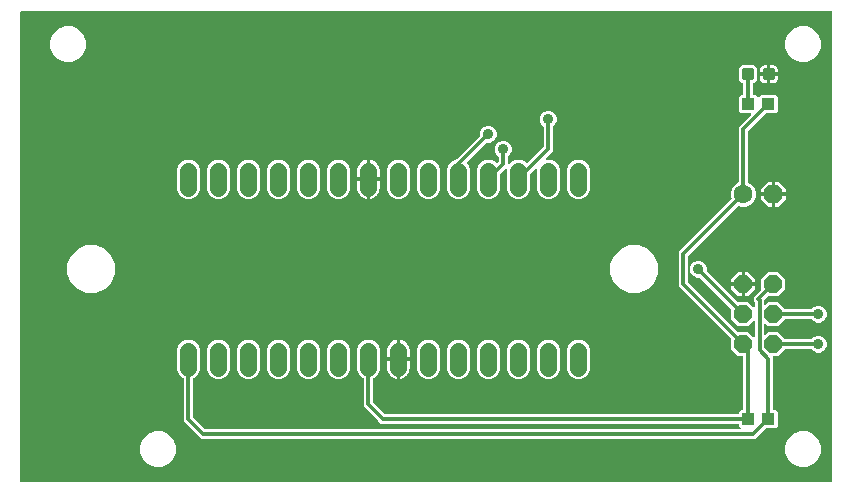
<source format=gbr>
G04 EAGLE Gerber RS-274X export*
G75*
%MOMM*%
%FSLAX34Y34*%
%LPD*%
%INTop Copper*%
%IPPOS*%
%AMOC8*
5,1,8,0,0,1.08239X$1,22.5*%
G01*
%ADD10P,1.732040X8X22.500000*%
%ADD11C,1.600200*%
%ADD12C,0.300000*%
%ADD13P,1.649562X8X112.500000*%
%ADD14R,1.100000X1.000000*%
%ADD15C,1.408000*%
%ADD16C,0.304800*%
%ADD17C,0.914400*%

G36*
X696998Y10164D02*
X696998Y10164D01*
X697017Y10162D01*
X697119Y10184D01*
X697221Y10200D01*
X697238Y10210D01*
X697258Y10214D01*
X697347Y10267D01*
X697438Y10316D01*
X697452Y10330D01*
X697469Y10340D01*
X697536Y10419D01*
X697608Y10494D01*
X697616Y10512D01*
X697629Y10527D01*
X697668Y10623D01*
X697711Y10717D01*
X697713Y10737D01*
X697721Y10755D01*
X697739Y10922D01*
X697739Y408078D01*
X697736Y408098D01*
X697738Y408117D01*
X697716Y408219D01*
X697700Y408321D01*
X697690Y408338D01*
X697686Y408358D01*
X697633Y408447D01*
X697584Y408538D01*
X697570Y408552D01*
X697560Y408569D01*
X697481Y408636D01*
X697406Y408708D01*
X697388Y408716D01*
X697373Y408729D01*
X697277Y408768D01*
X697183Y408811D01*
X697163Y408813D01*
X697145Y408821D01*
X696978Y408839D01*
X10922Y408839D01*
X10902Y408836D01*
X10883Y408838D01*
X10781Y408816D01*
X10679Y408800D01*
X10662Y408790D01*
X10642Y408786D01*
X10553Y408733D01*
X10462Y408684D01*
X10448Y408670D01*
X10431Y408660D01*
X10364Y408581D01*
X10292Y408506D01*
X10284Y408488D01*
X10271Y408473D01*
X10232Y408377D01*
X10189Y408283D01*
X10187Y408263D01*
X10179Y408245D01*
X10161Y408078D01*
X10161Y10922D01*
X10164Y10902D01*
X10162Y10883D01*
X10184Y10781D01*
X10200Y10679D01*
X10210Y10662D01*
X10214Y10642D01*
X10267Y10553D01*
X10316Y10462D01*
X10330Y10448D01*
X10340Y10431D01*
X10419Y10364D01*
X10494Y10292D01*
X10512Y10284D01*
X10527Y10271D01*
X10623Y10232D01*
X10717Y10189D01*
X10737Y10187D01*
X10755Y10179D01*
X10922Y10161D01*
X696978Y10161D01*
X696998Y10164D01*
G37*
%LPC*%
G36*
X163416Y46735D02*
X163416Y46735D01*
X148335Y61816D01*
X148335Y98065D01*
X148316Y98180D01*
X148299Y98296D01*
X148297Y98301D01*
X148296Y98308D01*
X148241Y98410D01*
X148188Y98515D01*
X148183Y98520D01*
X148180Y98525D01*
X148096Y98605D01*
X148012Y98687D01*
X148006Y98691D01*
X148002Y98694D01*
X147985Y98702D01*
X147865Y98768D01*
X146973Y99138D01*
X144278Y101833D01*
X142819Y105354D01*
X142819Y123246D01*
X144278Y126767D01*
X146973Y129462D01*
X150494Y130921D01*
X154306Y130921D01*
X157827Y129462D01*
X160522Y126767D01*
X161981Y123246D01*
X161981Y105354D01*
X160522Y101833D01*
X157827Y99138D01*
X156935Y98768D01*
X156835Y98707D01*
X156735Y98647D01*
X156731Y98642D01*
X156726Y98639D01*
X156651Y98549D01*
X156575Y98460D01*
X156573Y98454D01*
X156569Y98449D01*
X156527Y98341D01*
X156483Y98232D01*
X156482Y98224D01*
X156481Y98219D01*
X156480Y98201D01*
X156465Y98065D01*
X156465Y65499D01*
X156479Y65409D01*
X156487Y65318D01*
X156499Y65288D01*
X156504Y65256D01*
X156547Y65176D01*
X156583Y65092D01*
X156609Y65060D01*
X156620Y65039D01*
X156643Y65017D01*
X156688Y64961D01*
X166561Y55088D01*
X166635Y55035D01*
X166704Y54975D01*
X166734Y54963D01*
X166760Y54944D01*
X166847Y54917D01*
X166932Y54883D01*
X166973Y54879D01*
X166996Y54872D01*
X167028Y54873D01*
X167099Y54865D01*
X619204Y54865D01*
X619275Y54876D01*
X619347Y54878D01*
X619396Y54896D01*
X619447Y54904D01*
X619510Y54938D01*
X619578Y54963D01*
X619618Y54995D01*
X619664Y55020D01*
X619714Y55072D01*
X619770Y55116D01*
X619798Y55160D01*
X619834Y55198D01*
X619864Y55263D01*
X619903Y55323D01*
X619916Y55374D01*
X619937Y55421D01*
X619945Y55492D01*
X619963Y55562D01*
X619959Y55614D01*
X619965Y55665D01*
X619949Y55736D01*
X619944Y55807D01*
X619923Y55855D01*
X619912Y55906D01*
X619875Y55967D01*
X619847Y56033D01*
X619803Y56089D01*
X619786Y56117D01*
X619768Y56132D01*
X619743Y56164D01*
X618459Y57448D01*
X618459Y58674D01*
X618456Y58694D01*
X618458Y58713D01*
X618436Y58815D01*
X618420Y58917D01*
X618410Y58934D01*
X618406Y58954D01*
X618353Y59043D01*
X618304Y59134D01*
X618290Y59148D01*
X618280Y59165D01*
X618201Y59232D01*
X618126Y59304D01*
X618108Y59312D01*
X618093Y59325D01*
X617997Y59364D01*
X617903Y59407D01*
X617883Y59409D01*
X617865Y59417D01*
X617698Y59435D01*
X315816Y59435D01*
X313212Y62039D01*
X300735Y74516D01*
X300735Y98065D01*
X300716Y98180D01*
X300699Y98296D01*
X300697Y98302D01*
X300696Y98308D01*
X300641Y98410D01*
X300588Y98515D01*
X300583Y98520D01*
X300580Y98525D01*
X300496Y98605D01*
X300412Y98687D01*
X300406Y98691D01*
X300402Y98694D01*
X300385Y98702D01*
X300265Y98768D01*
X299373Y99138D01*
X296678Y101833D01*
X295219Y105354D01*
X295219Y123246D01*
X296678Y126767D01*
X299373Y129462D01*
X302894Y130921D01*
X306706Y130921D01*
X310227Y129462D01*
X312922Y126767D01*
X314381Y123246D01*
X314381Y105354D01*
X312922Y101833D01*
X310227Y99138D01*
X309335Y98768D01*
X309235Y98706D01*
X309135Y98647D01*
X309131Y98642D01*
X309126Y98639D01*
X309051Y98548D01*
X308975Y98460D01*
X308973Y98454D01*
X308969Y98449D01*
X308927Y98341D01*
X308883Y98232D01*
X308882Y98224D01*
X308881Y98220D01*
X308880Y98201D01*
X308865Y98065D01*
X308865Y78199D01*
X308879Y78109D01*
X308887Y78018D01*
X308899Y77988D01*
X308904Y77956D01*
X308947Y77876D01*
X308983Y77792D01*
X309009Y77760D01*
X309020Y77739D01*
X309043Y77717D01*
X309088Y77661D01*
X318961Y67788D01*
X319035Y67735D01*
X319104Y67675D01*
X319134Y67663D01*
X319160Y67644D01*
X319247Y67617D01*
X319332Y67583D01*
X319373Y67579D01*
X319395Y67572D01*
X319428Y67573D01*
X319499Y67565D01*
X617698Y67565D01*
X617718Y67568D01*
X617737Y67566D01*
X617839Y67588D01*
X617941Y67604D01*
X617958Y67614D01*
X617978Y67618D01*
X618067Y67671D01*
X618158Y67720D01*
X618172Y67734D01*
X618189Y67744D01*
X618256Y67823D01*
X618328Y67898D01*
X618336Y67916D01*
X618349Y67931D01*
X618388Y68027D01*
X618431Y68121D01*
X618433Y68141D01*
X618441Y68159D01*
X618459Y68326D01*
X618459Y69552D01*
X619948Y71041D01*
X621674Y71041D01*
X621694Y71044D01*
X621713Y71042D01*
X621815Y71064D01*
X621917Y71080D01*
X621934Y71090D01*
X621954Y71094D01*
X622043Y71147D01*
X622134Y71196D01*
X622148Y71210D01*
X622165Y71220D01*
X622232Y71299D01*
X622304Y71374D01*
X622312Y71392D01*
X622325Y71407D01*
X622364Y71503D01*
X622407Y71597D01*
X622409Y71617D01*
X622417Y71635D01*
X622435Y71802D01*
X622435Y116078D01*
X622432Y116098D01*
X622434Y116117D01*
X622412Y116219D01*
X622396Y116321D01*
X622386Y116338D01*
X622382Y116358D01*
X622329Y116447D01*
X622280Y116538D01*
X622266Y116552D01*
X622256Y116569D01*
X622177Y116636D01*
X622102Y116708D01*
X622084Y116716D01*
X622069Y116729D01*
X621973Y116768D01*
X621879Y116811D01*
X621859Y116813D01*
X621841Y116821D01*
X621674Y116839D01*
X618091Y116839D01*
X612139Y122791D01*
X612139Y131097D01*
X612125Y131187D01*
X612117Y131278D01*
X612105Y131308D01*
X612100Y131340D01*
X612057Y131420D01*
X612021Y131504D01*
X611995Y131536D01*
X611984Y131557D01*
X611961Y131579D01*
X611916Y131635D01*
X567435Y176116D01*
X567435Y204884D01*
X612188Y249637D01*
X612257Y249732D01*
X612326Y249825D01*
X612328Y249831D01*
X612332Y249837D01*
X612366Y249948D01*
X612403Y250059D01*
X612402Y250066D01*
X612404Y250072D01*
X612401Y250188D01*
X612400Y250305D01*
X612398Y250312D01*
X612398Y250317D01*
X612392Y250335D01*
X612353Y250466D01*
X611758Y251903D01*
X611758Y256097D01*
X613363Y259971D01*
X616329Y262937D01*
X617765Y263532D01*
X617865Y263593D01*
X617965Y263653D01*
X617969Y263658D01*
X617974Y263662D01*
X618049Y263752D01*
X618125Y263840D01*
X618127Y263846D01*
X618131Y263851D01*
X618173Y263959D01*
X618217Y264069D01*
X618218Y264076D01*
X618219Y264081D01*
X618220Y264099D01*
X618235Y264235D01*
X618235Y310684D01*
X620839Y313288D01*
X628911Y321360D01*
X628953Y321418D01*
X629003Y321470D01*
X629025Y321517D01*
X629055Y321559D01*
X629076Y321628D01*
X629106Y321693D01*
X629112Y321745D01*
X629127Y321795D01*
X629125Y321866D01*
X629133Y321937D01*
X629122Y321988D01*
X629121Y322040D01*
X629096Y322108D01*
X629081Y322178D01*
X629054Y322222D01*
X629036Y322271D01*
X628992Y322327D01*
X628955Y322389D01*
X628915Y322423D01*
X628883Y322463D01*
X628822Y322502D01*
X628768Y322549D01*
X628720Y322568D01*
X628676Y322596D01*
X628606Y322614D01*
X628540Y322641D01*
X628468Y322649D01*
X628437Y322657D01*
X628414Y322655D01*
X628373Y322659D01*
X619948Y322659D01*
X618459Y324148D01*
X618459Y336252D01*
X619948Y337741D01*
X621404Y337741D01*
X621424Y337744D01*
X621443Y337742D01*
X621545Y337764D01*
X621647Y337780D01*
X621664Y337790D01*
X621684Y337794D01*
X621773Y337847D01*
X621864Y337896D01*
X621878Y337910D01*
X621895Y337920D01*
X621962Y337999D01*
X622034Y338074D01*
X622042Y338092D01*
X622055Y338107D01*
X622094Y338203D01*
X622137Y338297D01*
X622139Y338317D01*
X622147Y338335D01*
X622165Y338502D01*
X622165Y347298D01*
X622162Y347318D01*
X622164Y347337D01*
X622142Y347439D01*
X622126Y347541D01*
X622116Y347558D01*
X622112Y347578D01*
X622059Y347667D01*
X622010Y347758D01*
X621996Y347772D01*
X621986Y347789D01*
X621907Y347856D01*
X621832Y347928D01*
X621814Y347936D01*
X621799Y347949D01*
X621703Y347988D01*
X621609Y348031D01*
X621589Y348033D01*
X621571Y348041D01*
X621404Y348059D01*
X621056Y348059D01*
X618689Y350426D01*
X618689Y360774D01*
X621056Y363141D01*
X631404Y363141D01*
X633771Y360774D01*
X633771Y350426D01*
X631404Y348059D01*
X631056Y348059D01*
X631036Y348056D01*
X631017Y348058D01*
X630915Y348036D01*
X630813Y348020D01*
X630796Y348010D01*
X630776Y348006D01*
X630687Y347953D01*
X630596Y347904D01*
X630582Y347890D01*
X630565Y347880D01*
X630498Y347801D01*
X630426Y347726D01*
X630418Y347708D01*
X630405Y347693D01*
X630366Y347597D01*
X630323Y347503D01*
X630321Y347483D01*
X630313Y347465D01*
X630295Y347298D01*
X630295Y338502D01*
X630298Y338482D01*
X630296Y338463D01*
X630318Y338361D01*
X630334Y338259D01*
X630344Y338242D01*
X630348Y338222D01*
X630401Y338133D01*
X630450Y338042D01*
X630464Y338028D01*
X630474Y338011D01*
X630553Y337944D01*
X630628Y337872D01*
X630646Y337864D01*
X630661Y337851D01*
X630757Y337812D01*
X630851Y337769D01*
X630871Y337767D01*
X630889Y337759D01*
X631056Y337741D01*
X633052Y337741D01*
X634462Y336331D01*
X634478Y336320D01*
X634490Y336304D01*
X634578Y336248D01*
X634661Y336188D01*
X634680Y336182D01*
X634697Y336171D01*
X634798Y336146D01*
X634897Y336116D01*
X634916Y336116D01*
X634936Y336111D01*
X635039Y336119D01*
X635142Y336122D01*
X635161Y336129D01*
X635181Y336130D01*
X635276Y336171D01*
X635373Y336206D01*
X635389Y336219D01*
X635407Y336227D01*
X635538Y336331D01*
X636948Y337741D01*
X650052Y337741D01*
X651541Y336252D01*
X651541Y324148D01*
X650052Y322659D01*
X642023Y322659D01*
X641933Y322645D01*
X641842Y322637D01*
X641812Y322625D01*
X641780Y322620D01*
X641700Y322577D01*
X641616Y322541D01*
X641584Y322515D01*
X641563Y322504D01*
X641541Y322481D01*
X641485Y322436D01*
X626588Y307539D01*
X626535Y307465D01*
X626475Y307396D01*
X626463Y307366D01*
X626444Y307340D01*
X626417Y307253D01*
X626383Y307168D01*
X626379Y307127D01*
X626372Y307105D01*
X626373Y307072D01*
X626365Y307001D01*
X626365Y264235D01*
X626384Y264120D01*
X626401Y264004D01*
X626403Y263999D01*
X626404Y263993D01*
X626459Y263890D01*
X626512Y263785D01*
X626517Y263781D01*
X626520Y263775D01*
X626604Y263695D01*
X626688Y263613D01*
X626694Y263609D01*
X626698Y263606D01*
X626715Y263598D01*
X626835Y263532D01*
X628271Y262937D01*
X631237Y259971D01*
X632842Y256097D01*
X632842Y251903D01*
X631237Y248029D01*
X628271Y245063D01*
X624397Y243458D01*
X620203Y243458D01*
X618766Y244053D01*
X618652Y244080D01*
X618539Y244109D01*
X618533Y244108D01*
X618527Y244110D01*
X618410Y244099D01*
X618294Y244090D01*
X618288Y244087D01*
X618282Y244086D01*
X618175Y244039D01*
X618068Y243993D01*
X618062Y243989D01*
X618057Y243986D01*
X618044Y243974D01*
X617937Y243888D01*
X575788Y201739D01*
X575741Y201674D01*
X575730Y201663D01*
X575727Y201657D01*
X575675Y201596D01*
X575663Y201566D01*
X575644Y201540D01*
X575617Y201453D01*
X575583Y201368D01*
X575579Y201327D01*
X575572Y201304D01*
X575573Y201272D01*
X575565Y201201D01*
X575565Y179799D01*
X575579Y179709D01*
X575587Y179618D01*
X575599Y179588D01*
X575604Y179556D01*
X575647Y179476D01*
X575683Y179392D01*
X575709Y179360D01*
X575720Y179339D01*
X575743Y179317D01*
X575788Y179261D01*
X617665Y137384D01*
X617739Y137331D01*
X617808Y137271D01*
X617838Y137259D01*
X617864Y137240D01*
X617951Y137213D01*
X618036Y137179D01*
X618077Y137175D01*
X618099Y137168D01*
X618132Y137169D01*
X618203Y137161D01*
X626509Y137161D01*
X630652Y133018D01*
X630710Y132976D01*
X630762Y132926D01*
X630809Y132905D01*
X630851Y132874D01*
X630920Y132853D01*
X630985Y132823D01*
X631037Y132817D01*
X631087Y132802D01*
X631158Y132804D01*
X631229Y132796D01*
X631280Y132807D01*
X631332Y132808D01*
X631400Y132833D01*
X631470Y132848D01*
X631515Y132875D01*
X631563Y132893D01*
X631619Y132937D01*
X631681Y132974D01*
X631715Y133014D01*
X631755Y133046D01*
X631794Y133107D01*
X631841Y133161D01*
X631860Y133209D01*
X631888Y133253D01*
X631906Y133323D01*
X631933Y133389D01*
X631941Y133461D01*
X631949Y133492D01*
X631947Y133515D01*
X631951Y133556D01*
X631951Y145844D01*
X631940Y145915D01*
X631938Y145986D01*
X631920Y146035D01*
X631912Y146087D01*
X631878Y146150D01*
X631853Y146217D01*
X631821Y146258D01*
X631796Y146304D01*
X631744Y146354D01*
X631700Y146410D01*
X631656Y146438D01*
X631618Y146474D01*
X631553Y146504D01*
X631493Y146543D01*
X631442Y146555D01*
X631395Y146577D01*
X631324Y146585D01*
X631254Y146603D01*
X631202Y146599D01*
X631151Y146604D01*
X631080Y146589D01*
X631009Y146583D01*
X630961Y146563D01*
X630910Y146552D01*
X630849Y146515D01*
X630783Y146487D01*
X630727Y146442D01*
X630699Y146426D01*
X630684Y146408D01*
X630652Y146382D01*
X626509Y142239D01*
X618091Y142239D01*
X612139Y148191D01*
X612139Y156497D01*
X612125Y156587D01*
X612117Y156678D01*
X612105Y156708D01*
X612100Y156740D01*
X612057Y156820D01*
X612021Y156904D01*
X611995Y156936D01*
X611984Y156957D01*
X611961Y156979D01*
X611916Y157035D01*
X585787Y183164D01*
X585713Y183217D01*
X585644Y183277D01*
X585614Y183289D01*
X585588Y183308D01*
X585501Y183335D01*
X585416Y183369D01*
X585375Y183373D01*
X585352Y183380D01*
X585320Y183379D01*
X585249Y183387D01*
X582785Y183387D01*
X580171Y184470D01*
X578170Y186471D01*
X577087Y189085D01*
X577087Y191915D01*
X578170Y194529D01*
X580171Y196530D01*
X582785Y197613D01*
X585615Y197613D01*
X588229Y196530D01*
X590230Y194529D01*
X591313Y191915D01*
X591313Y189451D01*
X591327Y189361D01*
X591335Y189270D01*
X591347Y189240D01*
X591352Y189208D01*
X591395Y189128D01*
X591431Y189044D01*
X591457Y189012D01*
X591468Y188991D01*
X591491Y188969D01*
X591536Y188913D01*
X617665Y162784D01*
X617739Y162731D01*
X617808Y162671D01*
X617838Y162659D01*
X617864Y162640D01*
X617951Y162613D01*
X618036Y162579D01*
X618077Y162575D01*
X618100Y162568D01*
X618132Y162569D01*
X618203Y162561D01*
X626509Y162561D01*
X630652Y158418D01*
X630710Y158376D01*
X630762Y158326D01*
X630809Y158305D01*
X630851Y158274D01*
X630920Y158253D01*
X630985Y158223D01*
X631037Y158217D01*
X631087Y158202D01*
X631158Y158204D01*
X631229Y158196D01*
X631280Y158207D01*
X631332Y158208D01*
X631400Y158233D01*
X631470Y158248D01*
X631515Y158275D01*
X631563Y158293D01*
X631619Y158337D01*
X631681Y158374D01*
X631715Y158414D01*
X631755Y158446D01*
X631794Y158507D01*
X631841Y158561D01*
X631860Y158609D01*
X631888Y158653D01*
X631906Y158723D01*
X631933Y158789D01*
X631941Y158861D01*
X631949Y158892D01*
X631947Y158915D01*
X631951Y158956D01*
X631951Y162085D01*
X631937Y162175D01*
X631929Y162266D01*
X631917Y162296D01*
X631912Y162328D01*
X631869Y162408D01*
X631833Y162492D01*
X631807Y162524D01*
X631796Y162545D01*
X631773Y162567D01*
X631728Y162623D01*
X630935Y163416D01*
X630935Y166784D01*
X637316Y173165D01*
X637369Y173239D01*
X637429Y173308D01*
X637441Y173338D01*
X637460Y173364D01*
X637487Y173451D01*
X637521Y173536D01*
X637525Y173577D01*
X637532Y173600D01*
X637531Y173632D01*
X637539Y173703D01*
X637539Y182009D01*
X643491Y187961D01*
X651909Y187961D01*
X657861Y182009D01*
X657861Y173591D01*
X651909Y167639D01*
X643603Y167639D01*
X643513Y167625D01*
X643422Y167617D01*
X643392Y167605D01*
X643360Y167600D01*
X643280Y167557D01*
X643196Y167521D01*
X643164Y167495D01*
X643143Y167484D01*
X643121Y167461D01*
X643065Y167416D01*
X640304Y164655D01*
X640251Y164581D01*
X640191Y164512D01*
X640179Y164482D01*
X640160Y164456D01*
X640133Y164369D01*
X640099Y164284D01*
X640095Y164243D01*
X640088Y164220D01*
X640089Y164188D01*
X640081Y164117D01*
X640081Y160988D01*
X640092Y160917D01*
X640094Y160846D01*
X640112Y160797D01*
X640120Y160745D01*
X640154Y160682D01*
X640179Y160615D01*
X640211Y160574D01*
X640236Y160528D01*
X640288Y160478D01*
X640332Y160422D01*
X640376Y160394D01*
X640414Y160358D01*
X640479Y160328D01*
X640539Y160289D01*
X640590Y160277D01*
X640637Y160255D01*
X640708Y160247D01*
X640778Y160229D01*
X640830Y160233D01*
X640881Y160228D01*
X640952Y160243D01*
X641023Y160249D01*
X641071Y160269D01*
X641122Y160280D01*
X641183Y160317D01*
X641249Y160345D01*
X641305Y160390D01*
X641333Y160406D01*
X641348Y160424D01*
X641380Y160450D01*
X643491Y162561D01*
X651909Y162561D01*
X657782Y156688D01*
X657856Y156635D01*
X657925Y156575D01*
X657955Y156563D01*
X657981Y156544D01*
X658068Y156517D01*
X658153Y156483D01*
X658194Y156479D01*
X658217Y156472D01*
X658249Y156473D01*
X658320Y156465D01*
X679490Y156465D01*
X679581Y156479D01*
X679671Y156487D01*
X679701Y156499D01*
X679733Y156504D01*
X679814Y156547D01*
X679898Y156583D01*
X679930Y156609D01*
X679951Y156620D01*
X679973Y156643D01*
X680029Y156688D01*
X681771Y158430D01*
X684385Y159513D01*
X687215Y159513D01*
X689829Y158430D01*
X691830Y156429D01*
X692913Y153815D01*
X692913Y150985D01*
X691830Y148371D01*
X689829Y146370D01*
X687215Y145287D01*
X684385Y145287D01*
X681771Y146370D01*
X680029Y148112D01*
X679955Y148165D01*
X679885Y148225D01*
X679855Y148237D01*
X679829Y148256D01*
X679742Y148283D01*
X679657Y148317D01*
X679616Y148321D01*
X679594Y148328D01*
X679562Y148327D01*
X679490Y148335D01*
X658320Y148335D01*
X658230Y148321D01*
X658139Y148313D01*
X658109Y148301D01*
X658077Y148296D01*
X657997Y148253D01*
X657913Y148217D01*
X657881Y148191D01*
X657860Y148180D01*
X657838Y148157D01*
X657782Y148112D01*
X651909Y142239D01*
X643491Y142239D01*
X641380Y144350D01*
X641322Y144392D01*
X641270Y144442D01*
X641223Y144463D01*
X641181Y144494D01*
X641112Y144515D01*
X641047Y144545D01*
X640995Y144551D01*
X640945Y144566D01*
X640874Y144564D01*
X640803Y144572D01*
X640752Y144561D01*
X640700Y144560D01*
X640632Y144535D01*
X640562Y144520D01*
X640517Y144493D01*
X640469Y144475D01*
X640413Y144431D01*
X640351Y144394D01*
X640317Y144354D01*
X640277Y144322D01*
X640238Y144261D01*
X640191Y144207D01*
X640172Y144159D01*
X640144Y144115D01*
X640126Y144045D01*
X640099Y143979D01*
X640091Y143907D01*
X640083Y143876D01*
X640085Y143853D01*
X640081Y143812D01*
X640081Y135588D01*
X640092Y135517D01*
X640094Y135446D01*
X640112Y135397D01*
X640120Y135345D01*
X640154Y135282D01*
X640179Y135215D01*
X640211Y135174D01*
X640236Y135128D01*
X640288Y135078D01*
X640332Y135022D01*
X640376Y134994D01*
X640414Y134958D01*
X640479Y134928D01*
X640539Y134889D01*
X640590Y134877D01*
X640637Y134855D01*
X640708Y134847D01*
X640778Y134829D01*
X640830Y134833D01*
X640881Y134828D01*
X640952Y134843D01*
X641023Y134849D01*
X641071Y134869D01*
X641122Y134880D01*
X641183Y134917D01*
X641249Y134945D01*
X641305Y134990D01*
X641333Y135006D01*
X641348Y135024D01*
X641380Y135050D01*
X643491Y137161D01*
X651909Y137161D01*
X657782Y131288D01*
X657856Y131235D01*
X657925Y131175D01*
X657955Y131163D01*
X657981Y131144D01*
X658068Y131117D01*
X658153Y131083D01*
X658194Y131079D01*
X658217Y131072D01*
X658249Y131073D01*
X658320Y131065D01*
X679490Y131065D01*
X679581Y131079D01*
X679671Y131087D01*
X679701Y131099D01*
X679733Y131104D01*
X679814Y131147D01*
X679898Y131183D01*
X679930Y131209D01*
X679951Y131220D01*
X679973Y131243D01*
X680029Y131288D01*
X681771Y133030D01*
X684385Y134113D01*
X687215Y134113D01*
X689829Y133030D01*
X691830Y131029D01*
X692913Y128415D01*
X692913Y125585D01*
X691830Y122971D01*
X689829Y120970D01*
X687215Y119887D01*
X684385Y119887D01*
X681771Y120970D01*
X680029Y122712D01*
X679955Y122765D01*
X679885Y122825D01*
X679855Y122837D01*
X679829Y122856D01*
X679742Y122883D01*
X679657Y122917D01*
X679616Y122921D01*
X679594Y122928D01*
X679562Y122927D01*
X679490Y122935D01*
X658320Y122935D01*
X658230Y122921D01*
X658139Y122913D01*
X658109Y122901D01*
X658077Y122896D01*
X657997Y122853D01*
X657913Y122817D01*
X657881Y122791D01*
X657860Y122780D01*
X657838Y122757D01*
X657782Y122712D01*
X651909Y116839D01*
X648326Y116839D01*
X648306Y116836D01*
X648287Y116838D01*
X648185Y116816D01*
X648083Y116800D01*
X648066Y116790D01*
X648046Y116786D01*
X647957Y116733D01*
X647866Y116684D01*
X647852Y116670D01*
X647835Y116660D01*
X647768Y116581D01*
X647696Y116506D01*
X647688Y116488D01*
X647675Y116473D01*
X647636Y116377D01*
X647593Y116283D01*
X647591Y116263D01*
X647583Y116245D01*
X647565Y116078D01*
X647565Y71802D01*
X647567Y71790D01*
X647566Y71783D01*
X647567Y71776D01*
X647566Y71763D01*
X647588Y71661D01*
X647604Y71559D01*
X647614Y71542D01*
X647618Y71522D01*
X647671Y71433D01*
X647720Y71342D01*
X647734Y71328D01*
X647744Y71311D01*
X647823Y71244D01*
X647898Y71172D01*
X647916Y71164D01*
X647931Y71151D01*
X648027Y71112D01*
X648121Y71069D01*
X648141Y71067D01*
X648159Y71059D01*
X648326Y71041D01*
X650052Y71041D01*
X651541Y69552D01*
X651541Y57448D01*
X650052Y55959D01*
X642023Y55959D01*
X641933Y55945D01*
X641842Y55937D01*
X641812Y55925D01*
X641780Y55920D01*
X641700Y55877D01*
X641616Y55841D01*
X641584Y55815D01*
X641563Y55804D01*
X641541Y55781D01*
X641485Y55736D01*
X632484Y46735D01*
X163416Y46735D01*
G37*
%LPD*%
%LPC*%
G36*
X404494Y250079D02*
X404494Y250079D01*
X400973Y251538D01*
X398278Y254233D01*
X396819Y257754D01*
X396819Y275646D01*
X398278Y279167D01*
X400973Y281862D01*
X404494Y283321D01*
X408306Y283321D01*
X411827Y281862D01*
X413282Y280407D01*
X413298Y280395D01*
X413311Y280380D01*
X413398Y280324D01*
X413482Y280264D01*
X413501Y280258D01*
X413518Y280247D01*
X413618Y280222D01*
X413717Y280191D01*
X413737Y280192D01*
X413756Y280187D01*
X413859Y280195D01*
X413963Y280198D01*
X413982Y280204D01*
X414001Y280206D01*
X414096Y280246D01*
X414194Y280282D01*
X414209Y280294D01*
X414228Y280302D01*
X414359Y280407D01*
X414812Y280861D01*
X414866Y280935D01*
X414925Y281004D01*
X414937Y281034D01*
X414956Y281060D01*
X414983Y281148D01*
X415017Y281232D01*
X415021Y281273D01*
X415028Y281296D01*
X415027Y281328D01*
X415035Y281399D01*
X415035Y285790D01*
X415021Y285881D01*
X415013Y285971D01*
X415001Y286001D01*
X414996Y286033D01*
X414953Y286114D01*
X414917Y286198D01*
X414891Y286230D01*
X414880Y286251D01*
X414857Y286273D01*
X414812Y286329D01*
X413070Y288071D01*
X411987Y290685D01*
X411987Y293515D01*
X413070Y296129D01*
X415071Y298130D01*
X417685Y299213D01*
X420515Y299213D01*
X423129Y298130D01*
X425130Y296129D01*
X426213Y293515D01*
X426213Y290685D01*
X425130Y288071D01*
X423388Y286329D01*
X423335Y286255D01*
X423275Y286185D01*
X423263Y286155D01*
X423244Y286129D01*
X423217Y286042D01*
X423183Y285957D01*
X423179Y285916D01*
X423172Y285894D01*
X423173Y285862D01*
X423165Y285790D01*
X423165Y280492D01*
X423176Y280421D01*
X423178Y280349D01*
X423196Y280300D01*
X423204Y280249D01*
X423238Y280186D01*
X423263Y280118D01*
X423295Y280078D01*
X423320Y280032D01*
X423372Y279982D01*
X423416Y279926D01*
X423460Y279898D01*
X423498Y279862D01*
X423563Y279832D01*
X423623Y279793D01*
X423674Y279781D01*
X423721Y279759D01*
X423792Y279751D01*
X423862Y279733D01*
X423914Y279737D01*
X423965Y279732D01*
X424036Y279747D01*
X424107Y279752D01*
X424155Y279773D01*
X424206Y279784D01*
X424267Y279821D01*
X424333Y279849D01*
X424389Y279893D01*
X424417Y279910D01*
X424432Y279928D01*
X424464Y279953D01*
X426373Y281862D01*
X429894Y283321D01*
X433706Y283321D01*
X437227Y281862D01*
X438682Y280407D01*
X438698Y280395D01*
X438711Y280380D01*
X438798Y280324D01*
X438882Y280264D01*
X438901Y280258D01*
X438918Y280247D01*
X439018Y280222D01*
X439117Y280191D01*
X439137Y280192D01*
X439156Y280187D01*
X439259Y280195D01*
X439363Y280198D01*
X439382Y280204D01*
X439401Y280206D01*
X439496Y280246D01*
X439594Y280282D01*
X439609Y280295D01*
X439628Y280302D01*
X439759Y280407D01*
X452912Y293561D01*
X452965Y293635D01*
X453001Y293677D01*
X453004Y293679D01*
X453025Y293704D01*
X453037Y293734D01*
X453056Y293760D01*
X453083Y293847D01*
X453088Y293861D01*
X453107Y293902D01*
X453108Y293911D01*
X453117Y293932D01*
X453121Y293973D01*
X453128Y293996D01*
X453127Y294028D01*
X453135Y294099D01*
X453135Y311190D01*
X453121Y311281D01*
X453113Y311371D01*
X453101Y311401D01*
X453096Y311433D01*
X453053Y311514D01*
X453017Y311598D01*
X452991Y311630D01*
X452980Y311651D01*
X452957Y311673D01*
X452912Y311729D01*
X451170Y313471D01*
X450087Y316085D01*
X450087Y318915D01*
X451170Y321529D01*
X453171Y323530D01*
X455785Y324613D01*
X458615Y324613D01*
X461229Y323530D01*
X463230Y321529D01*
X464313Y318915D01*
X464313Y316085D01*
X463230Y313471D01*
X461488Y311729D01*
X461435Y311655D01*
X461375Y311585D01*
X461363Y311555D01*
X461344Y311529D01*
X461317Y311442D01*
X461283Y311357D01*
X461279Y311316D01*
X461272Y311294D01*
X461273Y311262D01*
X461265Y311190D01*
X461265Y290416D01*
X455469Y284620D01*
X455427Y284562D01*
X455377Y284510D01*
X455355Y284463D01*
X455325Y284421D01*
X455304Y284352D01*
X455274Y284287D01*
X455268Y284235D01*
X455253Y284185D01*
X455255Y284114D01*
X455247Y284043D01*
X455258Y283992D01*
X455259Y283940D01*
X455284Y283872D01*
X455299Y283802D01*
X455326Y283757D01*
X455344Y283709D01*
X455388Y283653D01*
X455425Y283591D01*
X455465Y283557D01*
X455497Y283517D01*
X455558Y283478D01*
X455612Y283431D01*
X455660Y283412D01*
X455704Y283384D01*
X455774Y283366D01*
X455840Y283339D01*
X455912Y283331D01*
X455943Y283323D01*
X455966Y283325D01*
X456007Y283321D01*
X459106Y283321D01*
X462627Y281862D01*
X465322Y279167D01*
X466781Y275646D01*
X466781Y257754D01*
X465322Y254233D01*
X462627Y251538D01*
X459106Y250079D01*
X455294Y250079D01*
X451773Y251538D01*
X449078Y254233D01*
X447619Y257754D01*
X447619Y274933D01*
X447608Y275004D01*
X447606Y275076D01*
X447588Y275124D01*
X447580Y275176D01*
X447546Y275239D01*
X447521Y275307D01*
X447489Y275347D01*
X447464Y275393D01*
X447412Y275443D01*
X447368Y275499D01*
X447324Y275527D01*
X447286Y275563D01*
X447221Y275593D01*
X447161Y275632D01*
X447110Y275644D01*
X447063Y275666D01*
X446992Y275674D01*
X446922Y275692D01*
X446870Y275688D01*
X446819Y275693D01*
X446748Y275678D01*
X446677Y275672D01*
X446629Y275652D01*
X446578Y275641D01*
X446517Y275604D01*
X446451Y275576D01*
X446395Y275531D01*
X446367Y275515D01*
X446352Y275497D01*
X446320Y275471D01*
X441604Y270755D01*
X441551Y270681D01*
X441491Y270612D01*
X441479Y270582D01*
X441460Y270556D01*
X441433Y270468D01*
X441399Y270384D01*
X441395Y270343D01*
X441388Y270320D01*
X441389Y270288D01*
X441381Y270217D01*
X441381Y257754D01*
X439922Y254233D01*
X437227Y251538D01*
X433706Y250079D01*
X429894Y250079D01*
X426373Y251538D01*
X423678Y254233D01*
X422219Y257754D01*
X422219Y274933D01*
X422208Y275004D01*
X422206Y275076D01*
X422188Y275124D01*
X422180Y275176D01*
X422146Y275239D01*
X422121Y275307D01*
X422089Y275347D01*
X422064Y275393D01*
X422012Y275443D01*
X421968Y275499D01*
X421924Y275527D01*
X421886Y275563D01*
X421821Y275593D01*
X421761Y275632D01*
X421710Y275644D01*
X421663Y275666D01*
X421592Y275674D01*
X421522Y275692D01*
X421470Y275688D01*
X421419Y275693D01*
X421348Y275678D01*
X421277Y275672D01*
X421229Y275652D01*
X421178Y275641D01*
X421117Y275604D01*
X421051Y275576D01*
X420995Y275531D01*
X420967Y275515D01*
X420952Y275497D01*
X420920Y275471D01*
X416204Y270755D01*
X416151Y270681D01*
X416091Y270612D01*
X416079Y270582D01*
X416060Y270556D01*
X416033Y270468D01*
X415999Y270384D01*
X415995Y270343D01*
X415988Y270320D01*
X415989Y270288D01*
X415981Y270217D01*
X415981Y257754D01*
X414522Y254233D01*
X411827Y251538D01*
X408306Y250079D01*
X404494Y250079D01*
G37*
%LPD*%
%LPC*%
G36*
X66090Y170339D02*
X66090Y170339D01*
X58680Y173409D01*
X53009Y179080D01*
X49939Y186490D01*
X49939Y194510D01*
X53009Y201920D01*
X58680Y207591D01*
X66090Y210661D01*
X74110Y210661D01*
X81520Y207591D01*
X87191Y201920D01*
X90261Y194510D01*
X90261Y186490D01*
X87191Y179080D01*
X81520Y173409D01*
X74110Y170339D01*
X66090Y170339D01*
G37*
%LPD*%
%LPC*%
G36*
X525890Y170339D02*
X525890Y170339D01*
X518480Y173409D01*
X512809Y179080D01*
X509739Y186490D01*
X509739Y194510D01*
X512809Y201920D01*
X518480Y207591D01*
X525890Y210661D01*
X533910Y210661D01*
X541320Y207591D01*
X546991Y201920D01*
X550061Y194510D01*
X550061Y186490D01*
X546991Y179080D01*
X541320Y173409D01*
X533910Y170339D01*
X525890Y170339D01*
G37*
%LPD*%
%LPC*%
G36*
X379094Y250079D02*
X379094Y250079D01*
X375573Y251538D01*
X372878Y254233D01*
X371419Y257754D01*
X371419Y275646D01*
X372878Y279167D01*
X375573Y281862D01*
X379088Y283318D01*
X379143Y283353D01*
X379204Y283378D01*
X379269Y283430D01*
X379297Y283448D01*
X379309Y283463D01*
X379335Y283483D01*
X379539Y283688D01*
X399064Y303213D01*
X399117Y303287D01*
X399177Y303356D01*
X399189Y303386D01*
X399208Y303412D01*
X399235Y303499D01*
X399269Y303584D01*
X399273Y303625D01*
X399280Y303648D01*
X399279Y303680D01*
X399287Y303751D01*
X399287Y306215D01*
X400370Y308829D01*
X402371Y310830D01*
X404985Y311913D01*
X407815Y311913D01*
X410429Y310830D01*
X412430Y308829D01*
X413513Y306215D01*
X413513Y303385D01*
X412430Y300771D01*
X410429Y298770D01*
X407815Y297687D01*
X405351Y297687D01*
X405261Y297673D01*
X405170Y297665D01*
X405140Y297653D01*
X405108Y297648D01*
X405028Y297605D01*
X404944Y297569D01*
X404912Y297543D01*
X404891Y297532D01*
X404869Y297509D01*
X404813Y297464D01*
X388357Y281009D01*
X388345Y280993D01*
X388330Y280980D01*
X388274Y280893D01*
X388214Y280809D01*
X388208Y280790D01*
X388197Y280773D01*
X388172Y280673D01*
X388141Y280574D01*
X388142Y280554D01*
X388137Y280535D01*
X388145Y280432D01*
X388148Y280328D01*
X388154Y280309D01*
X388156Y280289D01*
X388196Y280195D01*
X388232Y280097D01*
X388245Y280081D01*
X388252Y280063D01*
X388357Y279932D01*
X389122Y279167D01*
X390581Y275646D01*
X390581Y257754D01*
X389122Y254233D01*
X386427Y251538D01*
X382906Y250079D01*
X379094Y250079D01*
G37*
%LPD*%
%LPC*%
G36*
X670084Y365839D02*
X670084Y365839D01*
X664512Y368147D01*
X660247Y372412D01*
X657939Y377984D01*
X657939Y384016D01*
X660247Y389588D01*
X664512Y393853D01*
X670084Y396161D01*
X676116Y396161D01*
X681688Y393853D01*
X685953Y389588D01*
X688261Y384016D01*
X688261Y377984D01*
X685953Y372412D01*
X681688Y368147D01*
X676116Y365839D01*
X670084Y365839D01*
G37*
%LPD*%
%LPC*%
G36*
X47784Y365839D02*
X47784Y365839D01*
X42212Y368147D01*
X37947Y372412D01*
X35639Y377984D01*
X35639Y384016D01*
X37947Y389588D01*
X42212Y393853D01*
X47784Y396161D01*
X53816Y396161D01*
X59388Y393853D01*
X63653Y389588D01*
X65961Y384016D01*
X65961Y377984D01*
X63653Y372412D01*
X59388Y368147D01*
X53816Y365839D01*
X47784Y365839D01*
G37*
%LPD*%
%LPC*%
G36*
X670084Y22939D02*
X670084Y22939D01*
X664512Y25247D01*
X660247Y29512D01*
X657939Y35084D01*
X657939Y41116D01*
X660247Y46688D01*
X664512Y50953D01*
X670084Y53261D01*
X676116Y53261D01*
X681688Y50953D01*
X685953Y46688D01*
X688261Y41116D01*
X688261Y35084D01*
X685953Y29512D01*
X681688Y25247D01*
X676116Y22939D01*
X670084Y22939D01*
G37*
%LPD*%
%LPC*%
G36*
X123984Y22939D02*
X123984Y22939D01*
X118412Y25247D01*
X114147Y29512D01*
X111839Y35084D01*
X111839Y41116D01*
X114147Y46688D01*
X118412Y50953D01*
X123984Y53261D01*
X130016Y53261D01*
X135588Y50953D01*
X139853Y46688D01*
X142161Y41116D01*
X142161Y35084D01*
X139853Y29512D01*
X135588Y25247D01*
X130016Y22939D01*
X123984Y22939D01*
G37*
%LPD*%
%LPC*%
G36*
X429894Y97679D02*
X429894Y97679D01*
X426373Y99138D01*
X423678Y101833D01*
X422219Y105354D01*
X422219Y123246D01*
X423678Y126767D01*
X426373Y129462D01*
X429894Y130921D01*
X433706Y130921D01*
X437227Y129462D01*
X439922Y126767D01*
X441381Y123246D01*
X441381Y105354D01*
X439922Y101833D01*
X437227Y99138D01*
X433706Y97679D01*
X429894Y97679D01*
G37*
%LPD*%
%LPC*%
G36*
X404494Y97679D02*
X404494Y97679D01*
X400973Y99138D01*
X398278Y101833D01*
X396819Y105354D01*
X396819Y123246D01*
X398278Y126767D01*
X400973Y129462D01*
X404494Y130921D01*
X408306Y130921D01*
X411827Y129462D01*
X414522Y126767D01*
X415981Y123246D01*
X415981Y105354D01*
X414522Y101833D01*
X411827Y99138D01*
X408306Y97679D01*
X404494Y97679D01*
G37*
%LPD*%
%LPC*%
G36*
X353694Y250079D02*
X353694Y250079D01*
X350173Y251538D01*
X347478Y254233D01*
X346019Y257754D01*
X346019Y275646D01*
X347478Y279167D01*
X350173Y281862D01*
X353694Y283321D01*
X357506Y283321D01*
X361027Y281862D01*
X363722Y279167D01*
X365181Y275646D01*
X365181Y257754D01*
X363722Y254233D01*
X361027Y251538D01*
X357506Y250079D01*
X353694Y250079D01*
G37*
%LPD*%
%LPC*%
G36*
X379094Y97679D02*
X379094Y97679D01*
X375573Y99138D01*
X372878Y101833D01*
X371419Y105354D01*
X371419Y123246D01*
X372878Y126767D01*
X375573Y129462D01*
X379094Y130921D01*
X382906Y130921D01*
X386427Y129462D01*
X389122Y126767D01*
X390581Y123246D01*
X390581Y105354D01*
X389122Y101833D01*
X386427Y99138D01*
X382906Y97679D01*
X379094Y97679D01*
G37*
%LPD*%
%LPC*%
G36*
X277494Y97679D02*
X277494Y97679D01*
X273973Y99138D01*
X271278Y101833D01*
X269819Y105354D01*
X269819Y123246D01*
X271278Y126767D01*
X273973Y129462D01*
X277494Y130921D01*
X281306Y130921D01*
X284827Y129462D01*
X287522Y126767D01*
X288981Y123246D01*
X288981Y105354D01*
X287522Y101833D01*
X284827Y99138D01*
X281306Y97679D01*
X277494Y97679D01*
G37*
%LPD*%
%LPC*%
G36*
X480694Y250079D02*
X480694Y250079D01*
X477173Y251538D01*
X474478Y254233D01*
X473019Y257754D01*
X473019Y275646D01*
X474478Y279167D01*
X477173Y281862D01*
X480694Y283321D01*
X484506Y283321D01*
X488027Y281862D01*
X490722Y279167D01*
X492181Y275646D01*
X492181Y257754D01*
X490722Y254233D01*
X488027Y251538D01*
X484506Y250079D01*
X480694Y250079D01*
G37*
%LPD*%
%LPC*%
G36*
X252094Y97679D02*
X252094Y97679D01*
X248573Y99138D01*
X245878Y101833D01*
X244419Y105354D01*
X244419Y123246D01*
X245878Y126767D01*
X248573Y129462D01*
X252094Y130921D01*
X255906Y130921D01*
X259427Y129462D01*
X262122Y126767D01*
X263581Y123246D01*
X263581Y105354D01*
X262122Y101833D01*
X259427Y99138D01*
X255906Y97679D01*
X252094Y97679D01*
G37*
%LPD*%
%LPC*%
G36*
X328294Y250079D02*
X328294Y250079D01*
X324773Y251538D01*
X322078Y254233D01*
X320619Y257754D01*
X320619Y275646D01*
X322078Y279167D01*
X324773Y281862D01*
X328294Y283321D01*
X332106Y283321D01*
X335627Y281862D01*
X338322Y279167D01*
X339781Y275646D01*
X339781Y257754D01*
X338322Y254233D01*
X335627Y251538D01*
X332106Y250079D01*
X328294Y250079D01*
G37*
%LPD*%
%LPC*%
G36*
X277494Y250079D02*
X277494Y250079D01*
X273973Y251538D01*
X271278Y254233D01*
X269819Y257754D01*
X269819Y275646D01*
X271278Y279167D01*
X273973Y281862D01*
X277494Y283321D01*
X281306Y283321D01*
X284827Y281862D01*
X287522Y279167D01*
X288981Y275646D01*
X288981Y257754D01*
X287522Y254233D01*
X284827Y251538D01*
X281306Y250079D01*
X277494Y250079D01*
G37*
%LPD*%
%LPC*%
G36*
X252094Y250079D02*
X252094Y250079D01*
X248573Y251538D01*
X245878Y254233D01*
X244419Y257754D01*
X244419Y275646D01*
X245878Y279167D01*
X248573Y281862D01*
X252094Y283321D01*
X255906Y283321D01*
X259427Y281862D01*
X262122Y279167D01*
X263581Y275646D01*
X263581Y257754D01*
X262122Y254233D01*
X259427Y251538D01*
X255906Y250079D01*
X252094Y250079D01*
G37*
%LPD*%
%LPC*%
G36*
X226694Y250079D02*
X226694Y250079D01*
X223173Y251538D01*
X220478Y254233D01*
X219019Y257754D01*
X219019Y275646D01*
X220478Y279167D01*
X223173Y281862D01*
X226694Y283321D01*
X230506Y283321D01*
X234027Y281862D01*
X236722Y279167D01*
X238181Y275646D01*
X238181Y257754D01*
X236722Y254233D01*
X234027Y251538D01*
X230506Y250079D01*
X226694Y250079D01*
G37*
%LPD*%
%LPC*%
G36*
X201294Y250079D02*
X201294Y250079D01*
X197773Y251538D01*
X195078Y254233D01*
X193619Y257754D01*
X193619Y275646D01*
X195078Y279167D01*
X197773Y281862D01*
X201294Y283321D01*
X205106Y283321D01*
X208627Y281862D01*
X211322Y279167D01*
X212781Y275646D01*
X212781Y257754D01*
X211322Y254233D01*
X208627Y251538D01*
X205106Y250079D01*
X201294Y250079D01*
G37*
%LPD*%
%LPC*%
G36*
X175894Y250079D02*
X175894Y250079D01*
X172373Y251538D01*
X169678Y254233D01*
X168219Y257754D01*
X168219Y275646D01*
X169678Y279167D01*
X172373Y281862D01*
X175894Y283321D01*
X179706Y283321D01*
X183227Y281862D01*
X185922Y279167D01*
X187381Y275646D01*
X187381Y257754D01*
X185922Y254233D01*
X183227Y251538D01*
X179706Y250079D01*
X175894Y250079D01*
G37*
%LPD*%
%LPC*%
G36*
X150494Y250079D02*
X150494Y250079D01*
X146973Y251538D01*
X144278Y254233D01*
X142819Y257754D01*
X142819Y275646D01*
X144278Y279167D01*
X146973Y281862D01*
X150494Y283321D01*
X154306Y283321D01*
X157827Y281862D01*
X160522Y279167D01*
X161981Y275646D01*
X161981Y257754D01*
X160522Y254233D01*
X157827Y251538D01*
X154306Y250079D01*
X150494Y250079D01*
G37*
%LPD*%
%LPC*%
G36*
X226694Y97679D02*
X226694Y97679D01*
X223173Y99138D01*
X220478Y101833D01*
X219019Y105354D01*
X219019Y123246D01*
X220478Y126767D01*
X223173Y129462D01*
X226694Y130921D01*
X230506Y130921D01*
X234027Y129462D01*
X236722Y126767D01*
X238181Y123246D01*
X238181Y105354D01*
X236722Y101833D01*
X234027Y99138D01*
X230506Y97679D01*
X226694Y97679D01*
G37*
%LPD*%
%LPC*%
G36*
X201294Y97679D02*
X201294Y97679D01*
X197773Y99138D01*
X195078Y101833D01*
X193619Y105354D01*
X193619Y123246D01*
X195078Y126767D01*
X197773Y129462D01*
X201294Y130921D01*
X205106Y130921D01*
X208627Y129462D01*
X211322Y126767D01*
X212781Y123246D01*
X212781Y105354D01*
X211322Y101833D01*
X208627Y99138D01*
X205106Y97679D01*
X201294Y97679D01*
G37*
%LPD*%
%LPC*%
G36*
X175894Y97679D02*
X175894Y97679D01*
X172373Y99138D01*
X169678Y101833D01*
X168219Y105354D01*
X168219Y123246D01*
X169678Y126767D01*
X172373Y129462D01*
X175894Y130921D01*
X179706Y130921D01*
X183227Y129462D01*
X185922Y126767D01*
X187381Y123246D01*
X187381Y105354D01*
X185922Y101833D01*
X183227Y99138D01*
X179706Y97679D01*
X175894Y97679D01*
G37*
%LPD*%
%LPC*%
G36*
X353694Y97679D02*
X353694Y97679D01*
X350173Y99138D01*
X347478Y101833D01*
X346019Y105354D01*
X346019Y123246D01*
X347478Y126767D01*
X350173Y129462D01*
X353694Y130921D01*
X357506Y130921D01*
X361027Y129462D01*
X363722Y126767D01*
X365181Y123246D01*
X365181Y105354D01*
X363722Y101833D01*
X361027Y99138D01*
X357506Y97679D01*
X353694Y97679D01*
G37*
%LPD*%
%LPC*%
G36*
X480694Y97679D02*
X480694Y97679D01*
X477173Y99138D01*
X474478Y101833D01*
X473019Y105354D01*
X473019Y123246D01*
X474478Y126767D01*
X477173Y129462D01*
X480694Y130921D01*
X484506Y130921D01*
X488027Y129462D01*
X490722Y126767D01*
X492181Y123246D01*
X492181Y105354D01*
X490722Y101833D01*
X488027Y99138D01*
X484506Y97679D01*
X480694Y97679D01*
G37*
%LPD*%
%LPC*%
G36*
X455294Y97679D02*
X455294Y97679D01*
X451773Y99138D01*
X449078Y101833D01*
X447619Y105354D01*
X447619Y123246D01*
X449078Y126767D01*
X451773Y129462D01*
X455294Y130921D01*
X459106Y130921D01*
X462627Y129462D01*
X465322Y126767D01*
X466781Y123246D01*
X466781Y105354D01*
X465322Y101833D01*
X462627Y99138D01*
X459106Y97679D01*
X455294Y97679D01*
G37*
%LPD*%
%LPC*%
G36*
X306323Y268223D02*
X306323Y268223D01*
X306323Y283199D01*
X307043Y283085D01*
X308478Y282619D01*
X309821Y281934D01*
X311042Y281048D01*
X312108Y279982D01*
X312994Y278761D01*
X313679Y277418D01*
X314145Y275983D01*
X314381Y274494D01*
X314381Y268223D01*
X306323Y268223D01*
G37*
%LPD*%
%LPC*%
G36*
X331723Y115823D02*
X331723Y115823D01*
X331723Y130799D01*
X332443Y130685D01*
X333878Y130219D01*
X335221Y129534D01*
X336442Y128648D01*
X337508Y127582D01*
X338394Y126361D01*
X339079Y125018D01*
X339545Y123583D01*
X339781Y122094D01*
X339781Y115823D01*
X331723Y115823D01*
G37*
%LPD*%
%LPC*%
G36*
X331723Y112777D02*
X331723Y112777D01*
X339781Y112777D01*
X339781Y106506D01*
X339545Y105017D01*
X339079Y103582D01*
X338394Y102239D01*
X337508Y101018D01*
X336442Y99952D01*
X335221Y99066D01*
X333878Y98381D01*
X332443Y97915D01*
X331723Y97801D01*
X331723Y112777D01*
G37*
%LPD*%
%LPC*%
G36*
X306323Y265177D02*
X306323Y265177D01*
X314381Y265177D01*
X314381Y258906D01*
X314145Y257417D01*
X313679Y255982D01*
X312994Y254639D01*
X312108Y253418D01*
X311042Y252352D01*
X309821Y251466D01*
X308478Y250781D01*
X307043Y250315D01*
X306323Y250201D01*
X306323Y265177D01*
G37*
%LPD*%
%LPC*%
G36*
X295219Y268223D02*
X295219Y268223D01*
X295219Y274494D01*
X295455Y275983D01*
X295921Y277418D01*
X296606Y278761D01*
X297492Y279982D01*
X298558Y281048D01*
X299779Y281934D01*
X301122Y282619D01*
X302557Y283085D01*
X303277Y283199D01*
X303277Y268223D01*
X295219Y268223D01*
G37*
%LPD*%
%LPC*%
G36*
X320619Y115823D02*
X320619Y115823D01*
X320619Y122094D01*
X320855Y123583D01*
X321321Y125018D01*
X322006Y126361D01*
X322892Y127582D01*
X323958Y128648D01*
X325179Y129534D01*
X326522Y130219D01*
X327957Y130685D01*
X328677Y130799D01*
X328677Y115823D01*
X320619Y115823D01*
G37*
%LPD*%
%LPC*%
G36*
X302557Y250315D02*
X302557Y250315D01*
X301122Y250781D01*
X299779Y251466D01*
X298558Y252352D01*
X297492Y253418D01*
X296606Y254639D01*
X295921Y255982D01*
X295455Y257417D01*
X295219Y258906D01*
X295219Y265177D01*
X303277Y265177D01*
X303277Y250201D01*
X302557Y250315D01*
G37*
%LPD*%
%LPC*%
G36*
X327957Y97915D02*
X327957Y97915D01*
X326522Y98381D01*
X325179Y99066D01*
X323958Y99952D01*
X322892Y101018D01*
X322006Y102239D01*
X321321Y103582D01*
X320855Y105017D01*
X320619Y106506D01*
X320619Y112777D01*
X328677Y112777D01*
X328677Y97801D01*
X327957Y97915D01*
G37*
%LPD*%
%LPC*%
G36*
X649223Y255523D02*
X649223Y255523D01*
X649223Y264542D01*
X652067Y264542D01*
X658242Y258367D01*
X658242Y255523D01*
X649223Y255523D01*
G37*
%LPD*%
%LPC*%
G36*
X637158Y255523D02*
X637158Y255523D01*
X637158Y258367D01*
X643333Y264542D01*
X646177Y264542D01*
X646177Y255523D01*
X637158Y255523D01*
G37*
%LPD*%
%LPC*%
G36*
X649223Y243458D02*
X649223Y243458D01*
X649223Y252477D01*
X658242Y252477D01*
X658242Y249633D01*
X652067Y243458D01*
X649223Y243458D01*
G37*
%LPD*%
%LPC*%
G36*
X643333Y243458D02*
X643333Y243458D01*
X637158Y249633D01*
X637158Y252477D01*
X646177Y252477D01*
X646177Y243458D01*
X643333Y243458D01*
G37*
%LPD*%
%LPC*%
G36*
X623823Y179323D02*
X623823Y179323D01*
X623823Y187961D01*
X626509Y187961D01*
X632461Y182009D01*
X632461Y179323D01*
X623823Y179323D01*
G37*
%LPD*%
%LPC*%
G36*
X623823Y176277D02*
X623823Y176277D01*
X632461Y176277D01*
X632461Y173591D01*
X626509Y167639D01*
X623823Y167639D01*
X623823Y176277D01*
G37*
%LPD*%
%LPC*%
G36*
X612139Y179323D02*
X612139Y179323D01*
X612139Y182009D01*
X618091Y187961D01*
X620777Y187961D01*
X620777Y179323D01*
X612139Y179323D01*
G37*
%LPD*%
%LPC*%
G36*
X618091Y167639D02*
X618091Y167639D01*
X612139Y173591D01*
X612139Y176277D01*
X620777Y176277D01*
X620777Y167639D01*
X618091Y167639D01*
G37*
%LPD*%
%LPC*%
G36*
X645293Y357123D02*
X645293Y357123D01*
X645293Y363141D01*
X647802Y363141D01*
X648830Y362865D01*
X649751Y362333D01*
X650503Y361581D01*
X651035Y360660D01*
X651311Y359632D01*
X651311Y357123D01*
X645293Y357123D01*
G37*
%LPD*%
%LPC*%
G36*
X636229Y357123D02*
X636229Y357123D01*
X636229Y359632D01*
X636505Y360660D01*
X637037Y361581D01*
X637789Y362333D01*
X638710Y362865D01*
X639738Y363141D01*
X642247Y363141D01*
X642247Y357123D01*
X636229Y357123D01*
G37*
%LPD*%
%LPC*%
G36*
X645293Y348059D02*
X645293Y348059D01*
X645293Y354077D01*
X651311Y354077D01*
X651311Y351568D01*
X651035Y350540D01*
X650503Y349619D01*
X649751Y348867D01*
X648830Y348335D01*
X647802Y348059D01*
X645293Y348059D01*
G37*
%LPD*%
%LPC*%
G36*
X639738Y348059D02*
X639738Y348059D01*
X638710Y348335D01*
X637789Y348867D01*
X637037Y349619D01*
X636505Y350540D01*
X636229Y351568D01*
X636229Y354077D01*
X642247Y354077D01*
X642247Y348059D01*
X639738Y348059D01*
G37*
%LPD*%
%LPC*%
G36*
X304799Y266699D02*
X304799Y266699D01*
X304799Y266701D01*
X304801Y266701D01*
X304801Y266699D01*
X304799Y266699D01*
G37*
%LPD*%
%LPC*%
G36*
X647699Y253999D02*
X647699Y253999D01*
X647699Y254001D01*
X647701Y254001D01*
X647701Y253999D01*
X647699Y253999D01*
G37*
%LPD*%
%LPC*%
G36*
X622299Y177799D02*
X622299Y177799D01*
X622299Y177801D01*
X622301Y177801D01*
X622301Y177799D01*
X622299Y177799D01*
G37*
%LPD*%
%LPC*%
G36*
X330199Y114299D02*
X330199Y114299D01*
X330199Y114301D01*
X330201Y114301D01*
X330201Y114299D01*
X330199Y114299D01*
G37*
%LPD*%
%LPC*%
G36*
X643769Y355599D02*
X643769Y355599D01*
X643769Y355601D01*
X643771Y355601D01*
X643771Y355599D01*
X643769Y355599D01*
G37*
%LPD*%
D10*
X647700Y254000D03*
D11*
X622300Y254000D03*
D12*
X640270Y352100D02*
X640270Y359100D01*
X647270Y359100D01*
X647270Y352100D01*
X640270Y352100D01*
X640270Y354950D02*
X647270Y354950D01*
X647270Y357800D02*
X640270Y357800D01*
X622730Y359100D02*
X622730Y352100D01*
X622730Y359100D02*
X629730Y359100D01*
X629730Y352100D01*
X622730Y352100D01*
X622730Y354950D02*
X629730Y354950D01*
X629730Y357800D02*
X622730Y357800D01*
D13*
X647700Y127000D03*
X622300Y127000D03*
X647700Y152400D03*
X622300Y152400D03*
X647700Y177800D03*
X622300Y177800D03*
D14*
X626500Y63500D03*
X643500Y63500D03*
X626500Y330200D03*
X643500Y330200D03*
D15*
X152400Y121340D02*
X152400Y107260D01*
X177800Y107260D02*
X177800Y121340D01*
X203200Y121340D02*
X203200Y107260D01*
X228600Y107260D02*
X228600Y121340D01*
X254000Y121340D02*
X254000Y107260D01*
X279400Y107260D02*
X279400Y121340D01*
X304800Y121340D02*
X304800Y107260D01*
X330200Y107260D02*
X330200Y121340D01*
X355600Y121340D02*
X355600Y107260D01*
X381000Y107260D02*
X381000Y121340D01*
X406400Y121340D02*
X406400Y107260D01*
X431800Y107260D02*
X431800Y121340D01*
X457200Y121340D02*
X457200Y107260D01*
X482600Y107260D02*
X482600Y121340D01*
X482600Y259660D02*
X482600Y273740D01*
X457200Y273740D02*
X457200Y259660D01*
X431800Y259660D02*
X431800Y273740D01*
X406400Y273740D02*
X406400Y259660D01*
X381000Y259660D02*
X381000Y273740D01*
X355600Y273740D02*
X355600Y259660D01*
X330200Y259660D02*
X330200Y273740D01*
X304800Y273740D02*
X304800Y259660D01*
X279400Y259660D02*
X279400Y273740D01*
X254000Y273740D02*
X254000Y259660D01*
X228600Y259660D02*
X228600Y273740D01*
X203200Y273740D02*
X203200Y259660D01*
X177800Y259660D02*
X177800Y273740D01*
X152400Y273740D02*
X152400Y259660D01*
D16*
X622300Y254000D02*
X622300Y309000D01*
X643500Y330200D01*
X304800Y114300D02*
X304800Y76200D01*
X317500Y63500D01*
X571500Y177800D02*
X571500Y203200D01*
X571500Y177800D02*
X622300Y127000D01*
X571500Y203200D02*
X622300Y254000D01*
X622300Y127000D02*
X626500Y122800D01*
X626500Y63500D01*
X317500Y63500D01*
X647700Y152400D02*
X685800Y152400D01*
D17*
X685800Y152400D03*
X406400Y304800D03*
D16*
X381000Y279400D01*
X381000Y266700D01*
X647700Y127000D02*
X685800Y127000D01*
D17*
X685800Y127000D03*
X419100Y292100D03*
D16*
X419100Y279400D01*
X406400Y266700D01*
X584200Y190500D02*
X622300Y152400D01*
D17*
X584200Y190500D03*
X457200Y317500D03*
D16*
X457200Y292100D01*
X431800Y266700D01*
X635000Y165100D02*
X647700Y177800D01*
X152400Y114300D02*
X152400Y63500D01*
X165100Y50800D01*
X643500Y63500D02*
X643500Y114676D01*
X636016Y164084D02*
X635000Y165100D01*
X636016Y122160D02*
X643500Y114676D01*
X636016Y122160D02*
X636016Y164084D01*
X630800Y50800D02*
X165100Y50800D01*
X630800Y50800D02*
X643500Y63500D01*
X626500Y330200D02*
X626230Y330470D01*
X626230Y355600D01*
M02*

</source>
